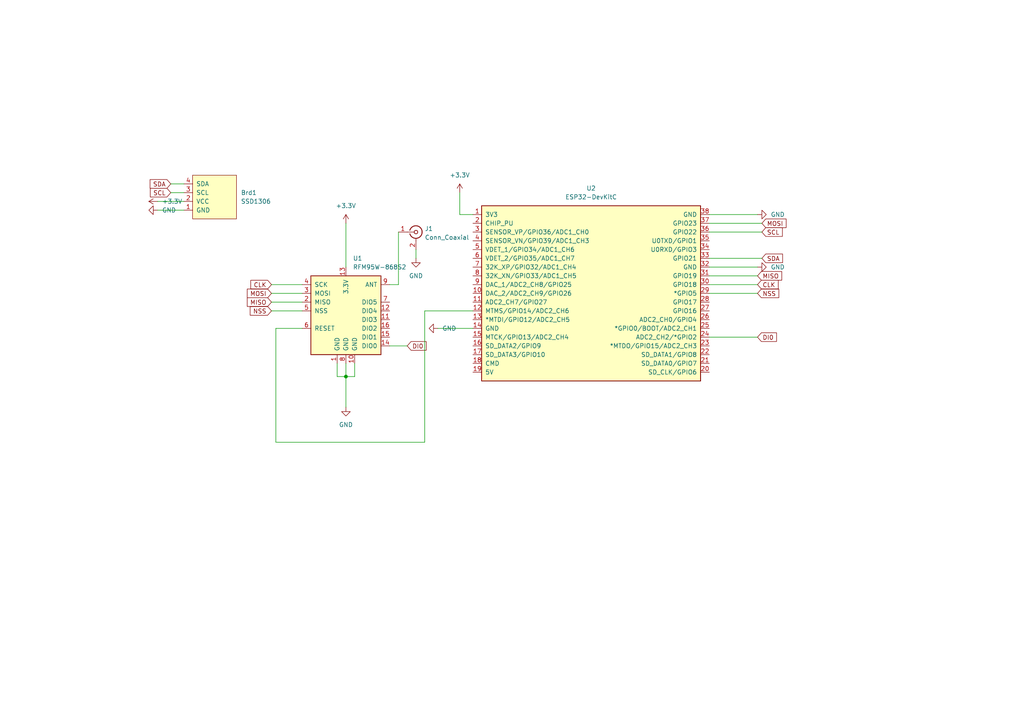
<source format=kicad_sch>
(kicad_sch (version 20211123) (generator eeschema)
  (paper "A4")
  (lib_symbols
    (symbol "Connector:Conn_Coaxial" (pin_names (offset 1.016) hide)
      (property "Reference" "J" (at 0.254 3.048 0))
      (property "Value" "Conn_Coaxial" (at 2.921 0 90))
      (symbol "Conn_Coaxial_0_1"
        (arc (start -1.778 -0.508) (mid 0.2311 -1.8066) (end 1.778 0) (stroke (width 0.254)))
        (polyline (pts (xy -2.54 0) (xy -0.508 0)))
        (polyline (pts (xy 0 -2.54) (xy 0 -1.778)))
        (circle (center 0 0) (radius 0.508) (stroke (width 0.2032)))
        (arc (start 1.778 0) (mid 0.2099 1.8101) (end -1.778 0.508) (stroke (width 0.254)))
      )
      (symbol "Conn_Coaxial_1_1"
        (pin passive line (at -5.08 0 0) (length 2.54) (name "In") (number "1"))
        (pin passive line (at 0 -5.08 90) (length 2.54) (name "Ext") (number "2"))
      )
    )
    (symbol "Espressif:ESP32-DevKitC" (pin_names (offset 1.016))
      (property "Reference" "U" (at -30.48 30.48 0))
      (property "Value" "ESP32-DevKitC" (at -30.48 27.94 0))
      (symbol "ESP32-DevKitC_0_0"
        (pin power_in line (at -33.02 -10.16 0) (length 2.54) (name "GND") (number "14"))
        (pin power_in line (at -33.02 -22.86 0) (length 2.54) (name "5V") (number "19"))
      )
      (symbol "ESP32-DevKitC_0_1"
        (rectangle (start -30.48 25.4) (end 33.02 -25.4) (stroke (width 0.254)) (fill (type background)))
      )
      (symbol "ESP32-DevKitC_1_1"
        (pin power_in line (at -33.02 22.86 0) (length 2.54) (name "3V3") (number "1"))
        (pin bidirectional line (at -33.02 0 0) (length 2.54) (name "DAC_2/ADC2_CH9/GPIO26") (number "10"))
        (pin bidirectional line (at -33.02 -2.54 0) (length 2.54) (name "ADC2_CH7/GPIO27") (number "11"))
        (pin bidirectional line (at -33.02 -5.08 0) (length 2.54) (name "MTMS/GPIO14/ADC2_CH6") (number "12"))
        (pin bidirectional line (at -33.02 -7.62 0) (length 2.54) (name "*MTDI/GPIO12/ADC2_CH5") (number "13"))
        (pin bidirectional line (at -33.02 -12.7 0) (length 2.54) (name "MTCK/GPIO13/ADC2_CH4") (number "15"))
        (pin bidirectional line (at -33.02 -15.24 0) (length 2.54) (name "SD_DATA2/GPIO9") (number "16"))
        (pin bidirectional line (at -33.02 -17.78 0) (length 2.54) (name "SD_DATA3/GPIO10") (number "17"))
        (pin bidirectional line (at -33.02 -20.32 0) (length 2.54) (name "CMD") (number "18"))
        (pin input line (at -33.02 20.32 0) (length 2.54) (name "CHIP_PU") (number "2"))
        (pin bidirectional line (at 35.56 -22.86 180) (length 2.54) (name "SD_CLK/GPIO6") (number "20"))
        (pin bidirectional line (at 35.56 -20.32 180) (length 2.54) (name "SD_DATA0/GPIO7") (number "21"))
        (pin bidirectional line (at 35.56 -17.78 180) (length 2.54) (name "SD_DATA1/GPIO8") (number "22"))
        (pin bidirectional line (at 35.56 -15.24 180) (length 2.54) (name "*MTDO/GPIO15/ADC2_CH3") (number "23"))
        (pin bidirectional line (at 35.56 -12.7 180) (length 2.54) (name "ADC2_CH2/*GPIO2") (number "24"))
        (pin bidirectional line (at 35.56 -10.16 180) (length 2.54) (name "*GPIO0/BOOT/ADC2_CH1") (number "25"))
        (pin bidirectional line (at 35.56 -7.62 180) (length 2.54) (name "ADC2_CH0/GPIO4") (number "26"))
        (pin bidirectional line (at 35.56 -5.08 180) (length 2.54) (name "GPIO16") (number "27"))
        (pin bidirectional line (at 35.56 -2.54 180) (length 2.54) (name "GPIO17") (number "28"))
        (pin bidirectional line (at 35.56 0 180) (length 2.54) (name "*GPIO5") (number "29"))
        (pin input line (at -33.02 17.78 0) (length 2.54) (name "SENSOR_VP/GPIO36/ADC1_CH0") (number "3"))
        (pin bidirectional line (at 35.56 2.54 180) (length 2.54) (name "GPIO18") (number "30"))
        (pin bidirectional line (at 35.56 5.08 180) (length 2.54) (name "GPIO19") (number "31"))
        (pin power_in line (at 35.56 7.62 180) (length 2.54) (name "GND") (number "32"))
        (pin bidirectional line (at 35.56 10.16 180) (length 2.54) (name "GPIO21") (number "33"))
        (pin bidirectional line (at 35.56 12.7 180) (length 2.54) (name "U0RXD/GPIO3") (number "34"))
        (pin bidirectional line (at 35.56 15.24 180) (length 2.54) (name "U0TXD/GPIO1") (number "35"))
        (pin bidirectional line (at 35.56 17.78 180) (length 2.54) (name "GPIO22") (number "36"))
        (pin bidirectional line (at 35.56 20.32 180) (length 2.54) (name "GPIO23") (number "37"))
        (pin power_in line (at 35.56 22.86 180) (length 2.54) (name "GND") (number "38"))
        (pin input line (at -33.02 15.24 0) (length 2.54) (name "SENSOR_VN/GPIO39/ADC1_CH3") (number "4"))
        (pin input line (at -33.02 12.7 0) (length 2.54) (name "VDET_1/GPIO34/ADC1_CH6") (number "5"))
        (pin input line (at -33.02 10.16 0) (length 2.54) (name "VDET_2/GPIO35/ADC1_CH7") (number "6"))
        (pin bidirectional line (at -33.02 7.62 0) (length 2.54) (name "32K_XP/GPIO32/ADC1_CH4") (number "7"))
        (pin bidirectional line (at -33.02 5.08 0) (length 2.54) (name "32K_XN/GPIO33/ADC1_CH5") (number "8"))
        (pin bidirectional line (at -33.02 2.54 0) (length 2.54) (name "DAC_1/ADC2_CH8/GPIO25") (number "9"))
      )
    )
    (symbol "RF_Module:RFM95W-868S2" (pin_names (offset 1.016))
      (property "Reference" "U" (at -10.414 11.684 0))
      (property "Value" "RFM95W-868S2" (at 1.524 11.43 0))
      (symbol "RFM95W-868S2_0_1"
        (rectangle (start -10.16 10.16) (end 10.16 -12.7) (stroke (width 0.254)) (fill (type background)))
      )
      (symbol "RFM95W-868S2_1_1"
        (pin power_in line (at -2.54 -15.24 90) (length 2.54) (name "GND") (number "1"))
        (pin power_in line (at 2.54 -15.24 90) (length 2.54) (name "GND") (number "10"))
        (pin bidirectional line (at 12.7 -2.54 180) (length 2.54) (name "DIO3") (number "11"))
        (pin bidirectional line (at 12.7 0 180) (length 2.54) (name "DIO4") (number "12"))
        (pin power_in line (at 0 12.7 270) (length 2.54) (name "3.3V") (number "13"))
        (pin bidirectional line (at 12.7 -10.16 180) (length 2.54) (name "DIO0") (number "14"))
        (pin bidirectional line (at 12.7 -7.62 180) (length 2.54) (name "DIO1") (number "15"))
        (pin bidirectional line (at 12.7 -5.08 180) (length 2.54) (name "DIO2") (number "16"))
        (pin output line (at -12.7 2.54 0) (length 2.54) (name "MISO") (number "2"))
        (pin input line (at -12.7 5.08 0) (length 2.54) (name "MOSI") (number "3"))
        (pin input line (at -12.7 7.62 0) (length 2.54) (name "SCK") (number "4"))
        (pin input line (at -12.7 0 0) (length 2.54) (name "NSS") (number "5"))
        (pin bidirectional line (at -12.7 -5.08 0) (length 2.54) (name "RESET") (number "6"))
        (pin bidirectional line (at 12.7 2.54 180) (length 2.54) (name "DIO5") (number "7"))
        (pin power_in line (at 0 -15.24 90) (length 2.54) (name "GND") (number "8"))
        (pin bidirectional line (at 12.7 7.62 180) (length 2.54) (name "ANT") (number "9"))
      )
    )
    (symbol "SSD1306-128x64_OLED:SSD1306" (pin_names (offset 1.016))
      (property "Reference" "Brd" (at 0 -3.81 0))
      (property "Value" "SSD1306" (at 0 -1.27 0))
      (symbol "SSD1306_0_1"
        (rectangle (start -6.35 6.35) (end 6.35 -6.35) (fill (type background)))
      )
      (symbol "SSD1306_1_1"
        (pin input line (at -3.81 8.89 270) (length 2.54) (name "GND") (number "1"))
        (pin input line (at -1.27 8.89 270) (length 2.54) (name "VCC") (number "2"))
        (pin input line (at 1.27 8.89 270) (length 2.54) (name "SCL") (number "3"))
        (pin input line (at 3.81 8.89 270) (length 2.54) (name "SDA") (number "4"))
      )
    )
    (symbol "power:+3.3V" (power) (pin_names (offset 0))
      (property "Value" "+3.3V" (at 0 3.556 0))
      (symbol "+3.3V_0_1"
        (polyline (pts (xy -0.762 1.27) (xy 0 2.54)))
        (polyline (pts (xy 0 0) (xy 0 2.54)))
        (polyline (pts (xy 0 2.54) (xy 0.762 1.27)))
      )
      (symbol "+3.3V_1_1"
        (pin power_in line (at 0 0 90) (length 0) hide (name "+3.3V") (number "1"))
      )
    )
    (symbol "power:GND" (power) (pin_names (offset 0))
      (property "Value" "GND" (at 0 -3.81 0))
      (symbol "GND_0_1"
        (polyline (pts (xy 0 0) (xy 0 -1.27) (xy 1.27 -1.27) (xy 0 -2.54) (xy -1.27 -1.27) (xy 0 -1.27)))
      )
      (symbol "GND_1_1"
        (pin power_in line (at 0 0 270) (length 0) hide (name "GND") (number "1"))
      )
    )
  )
  (junction (at 100.33 109.22))
  (wire (pts (xy 78.74 82.55) (xy 87.63 82.55)))
  (wire (pts (xy 133.35 55.88) (xy 133.35 62.23)))
  (wire (pts (xy 205.74 85.09) (xy 219.71 85.09)))
  (wire (pts (xy 205.74 97.79) (xy 219.71 97.79)))
  (wire (pts (xy 115.57 67.31) (xy 115.57 82.55)))
  (wire (pts (xy 115.57 82.55) (xy 113.03 82.55)))
  (wire (pts (xy 45.72 58.42) (xy 53.34 58.42)))
  (wire (pts (xy 97.79 105.41) (xy 97.79 109.22)))
  (wire (pts (xy 78.74 85.09) (xy 87.63 85.09)))
  (wire (pts (xy 102.87 105.41) (xy 102.87 109.22)))
  (wire (pts (xy 49.53 53.34) (xy 53.34 53.34)))
  (wire (pts (xy 87.63 95.25) (xy 80.01 95.25)))
  (wire (pts (xy 205.74 67.31) (xy 220.98 67.31)))
  (wire (pts (xy 205.74 82.55) (xy 219.71 82.55)))
  (wire (pts (xy 123.19 90.17) (xy 137.16 90.17)))
  (wire (pts (xy 205.74 80.01) (xy 219.71 80.01)))
  (wire (pts (xy 100.33 109.22) (xy 102.87 109.22)))
  (wire (pts (xy 80.01 95.25) (xy 80.01 128.27)))
  (wire (pts (xy 78.74 87.63) (xy 87.63 87.63)))
  (wire (pts (xy 120.65 72.39) (xy 120.65 74.93)))
  (wire (pts (xy 205.74 64.77) (xy 220.98 64.77)))
  (wire (pts (xy 205.74 77.47) (xy 219.71 77.47)))
  (wire (pts (xy 45.72 60.96) (xy 53.34 60.96)))
  (wire (pts (xy 113.03 100.33) (xy 118.11 100.33)))
  (wire (pts (xy 97.79 109.22) (xy 100.33 109.22)))
  (wire (pts (xy 100.33 64.77) (xy 100.33 77.47)))
  (wire (pts (xy 205.74 62.23) (xy 219.71 62.23)))
  (wire (pts (xy 100.33 109.22) (xy 100.33 118.11)))
  (wire (pts (xy 205.74 74.93) (xy 220.98 74.93)))
  (wire (pts (xy 49.53 55.88) (xy 53.34 55.88)))
  (wire (pts (xy 133.35 62.23) (xy 137.16 62.23)))
  (wire (pts (xy 80.01 128.27) (xy 123.19 128.27)))
  (wire (pts (xy 100.33 105.41) (xy 100.33 109.22)))
  (wire (pts (xy 123.19 128.27) (xy 123.19 90.17)))
  (wire (pts (xy 127 95.25) (xy 137.16 95.25)))
  (wire (pts (xy 78.74 90.17) (xy 87.63 90.17)))
  (global_label "MOSI" (shape input) (at 220.98 64.77 0) (property "Referenzen zwischen Schaltplänen" "${INTERSHEET_REFS}" (effects hide)))
  (global_label "DI0" (shape input) (at 219.71 97.79 0) (property "Referenzen zwischen Schaltplänen" "${INTERSHEET_REFS}" (effects hide)))
  (global_label "DI0" (shape input) (at 118.11 100.33 0) (property "Referenzen zwischen Schaltplänen" "${INTERSHEET_REFS}" (effects hide)))
  (global_label "NSS" (shape input) (at 78.74 90.17 180) (property "Referenzen zwischen Schaltplänen" "${INTERSHEET_REFS}" (effects hide)))
  (global_label "MISO" (shape input) (at 78.74 87.63 180) (property "Referenzen zwischen Schaltplänen" "${INTERSHEET_REFS}" (effects hide)))
  (global_label "SDA" (shape input) (at 220.98 74.93 0) (property "Referenzen zwischen Schaltplänen" "${INTERSHEET_REFS}" (effects hide)))
  (global_label "CLK" (shape input) (at 219.71 82.55 0) (property "Referenzen zwischen Schaltplänen" "${INTERSHEET_REFS}" (effects hide)))
  (global_label "SCL" (shape input) (at 49.53 55.88 180) (property "Referenzen zwischen Schaltplänen" "${INTERSHEET_REFS}" (effects hide)))
  (global_label "MOSI" (shape input) (at 78.74 85.09 180) (property "Referenzen zwischen Schaltplänen" "${INTERSHEET_REFS}" (effects hide)))
  (global_label "CLK" (shape input) (at 78.74 82.55 180) (property "Referenzen zwischen Schaltplänen" "${INTERSHEET_REFS}" (effects hide)))
  (global_label "MISO" (shape input) (at 219.71 80.01 0) (property "Referenzen zwischen Schaltplänen" "${INTERSHEET_REFS}" (effects hide)))
  (global_label "SDA" (shape input) (at 49.53 53.34 180) (property "Referenzen zwischen Schaltplänen" "${INTERSHEET_REFS}" (effects hide)))
  (global_label "NSS" (shape input) (at 219.71 85.09 0) (property "Referenzen zwischen Schaltplänen" "${INTERSHEET_REFS}" (effects hide)))
  (global_label "SCL" (shape input) (at 220.98 67.31 0) (property "Referenzen zwischen Schaltplänen" "${INTERSHEET_REFS}" (effects hide)))
  (symbol (lib_id "RF_Module:RFM95W-868S2") (at 100.33 90.17 0) (unit 1)
    (property "Reference" "U1" (at 102.3494 74.93 0) (effects (justify left)))
    (property "Value" "RFM95W-868S2" (at 102.3494 77.47 0) (effects (justify left)))
    (property "Footprint" "RF_Module:HOPERF_RFM9XW_THT" (effects hide))
    (property "Datasheet" "https://www.hoperf.com/data/upload/portal/20181127/5bfcbea20e9ef.pdf" (effects hide))
  )
  (symbol (lib_id "power:GND") (at 127 95.25 270) (unit 1)
    (property "Reference" "#PWR0109" (effects hide))
    (property "Value" "GND" (at 128.27 95.2499 90) (effects (justify left)))
  )
  (symbol (lib_id "power:GND") (at 45.72 60.96 270) (unit 1)
    (property "Reference" "#PWR0105" (effects hide))
    (property "Value" "GND" (at 46.99 60.9599 90) (effects (justify left)))
  )
  (symbol (lib_id "power:GND") (at 219.71 62.23 90) (unit 1)
    (property "Reference" "#PWR0107" (effects hide))
    (property "Value" "GND" (at 223.52 62.2299 90) (effects (justify right)))
  )
  (symbol (lib_id "power:GND") (at 100.33 118.11 0) (unit 1)
    (property "Reference" "#PWR0101" (effects hide))
    (property "Value" "GND" (at 100.33 123.19 0))
  )
  (symbol (lib_id "power:+3.3V") (at 133.35 55.88 0) (unit 1)
    (property "Reference" "#PWR0108" (effects hide))
    (property "Value" "+3.3V" (at 133.35 50.8 0))
  )
  (symbol (lib_id "power:+3.3V") (at 100.33 64.77 0) (unit 1)
    (property "Reference" "#PWR0103" (effects hide))
    (property "Value" "+3.3V" (at 100.33 59.69 0))
  )
  (symbol (lib_id "power:+3.3V") (at 45.72 58.42 90) (unit 1)
    (property "Reference" "#PWR0104" (effects hide))
    (property "Value" "+3.3V" (at 46.99 58.4199 90) (effects (justify right)))
  )
  (symbol (lib_id "Espressif:ESP32-DevKitC") (at 170.18 85.09 0) (unit 1)
    (property "Reference" "U2" (at 171.45 54.61 0))
    (property "Value" "ESP32-DevKitC" (at 171.45 57.15 0))
    (property "Footprint" "Espressif:ESP32-DevKitC" (effects hide))
    (property "Datasheet" "https://docs.espressif.com/projects/esp-idf/zh_CN/latest/esp32/hw-reference/esp32/get-started-devkitc.html" (effects hide))
  )
  (symbol (lib_id "Connector:Conn_Coaxial") (at 120.65 67.31 0) (unit 1)
    (property "Reference" "J1" (at 123.19 66.3331 0) (effects (justify left)))
    (property "Value" "Conn_Coaxial" (at 123.19 68.8731 0) (effects (justify left)))
    (property "Footprint" "Connector_Coaxial:SMA_Amphenol_901-144_Vertical" (effects hide))
    (property "Datasheet" " ~" (effects hide))
  )
  (symbol (lib_id "power:GND") (at 219.71 77.47 90) (unit 1)
    (property "Reference" "#PWR0106" (effects hide))
    (property "Value" "GND" (at 223.52 77.4699 90) (effects (justify right)))
  )
  (symbol (lib_id "power:GND") (at 120.65 74.93 0) (unit 1)
    (property "Reference" "#PWR0102" (effects hide))
    (property "Value" "GND" (at 120.65 80.01 0))
  )
  (symbol (lib_id "SSD1306-128x64_OLED:SSD1306") (at 62.23 57.15 90) (unit 1)
    (property "Reference" "Brd1" (at 69.85 55.8799 90) (effects (justify right)))
    (property "Value" "SSD1306" (at 69.85 58.4199 90) (effects (justify right)))
    (property "Footprint" "SSD1306:128x64OLED" (effects hide))
  )
)
</source>
